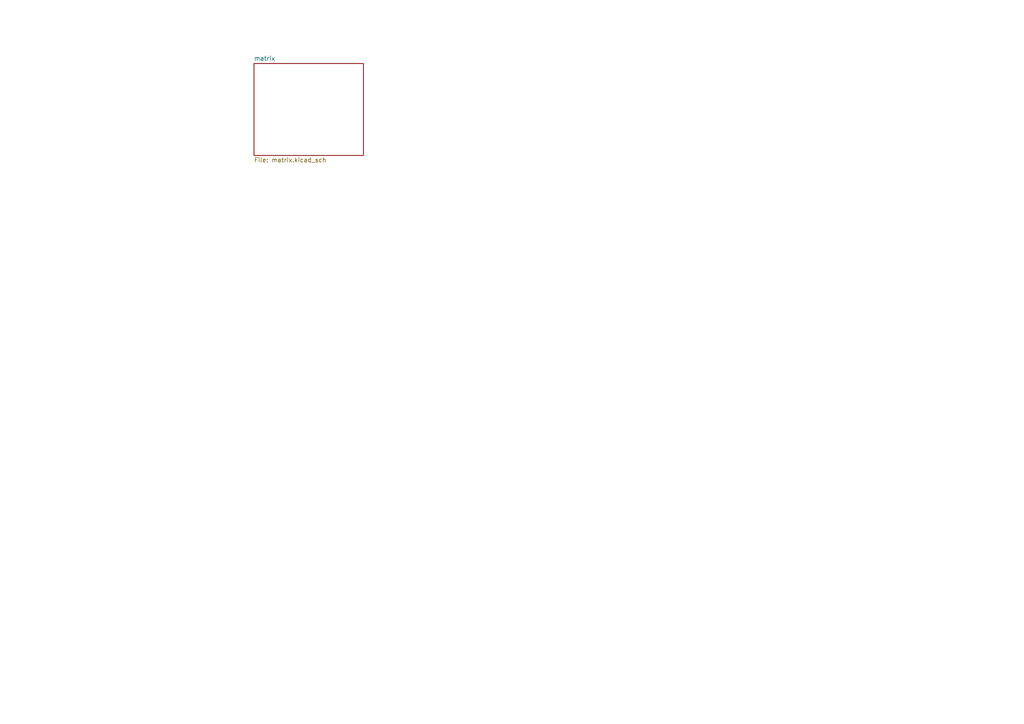
<source format=kicad_sch>
(kicad_sch (version 20230121) (generator eeschema)

  (uuid bcf08c00-9729-48c6-a1d1-fd61a92f814c)

  (paper "A4")

  (lib_symbols
  )


  (sheet (at 73.66 18.415) (size 31.75 26.67) (fields_autoplaced)
    (stroke (width 0.1524) (type solid))
    (fill (color 0 0 0 0.0000))
    (uuid 05931c95-a9e7-464b-bc2a-a1adbf6ee993)
    (property "Sheetname" "matrix" (at 73.66 17.7034 0)
      (effects (font (size 1.27 1.27)) (justify left bottom))
    )
    (property "Sheetfile" "matrix.kicad_sch" (at 73.66 45.6696 0)
      (effects (font (size 1.27 1.27)) (justify left top))
    )
    (instances
      (project "chaz"
        (path "/bcf08c00-9729-48c6-a1d1-fd61a92f814c" (page "3"))
      )
    )
  )

  (sheet_instances
    (path "/" (page "1"))
  )
)

</source>
